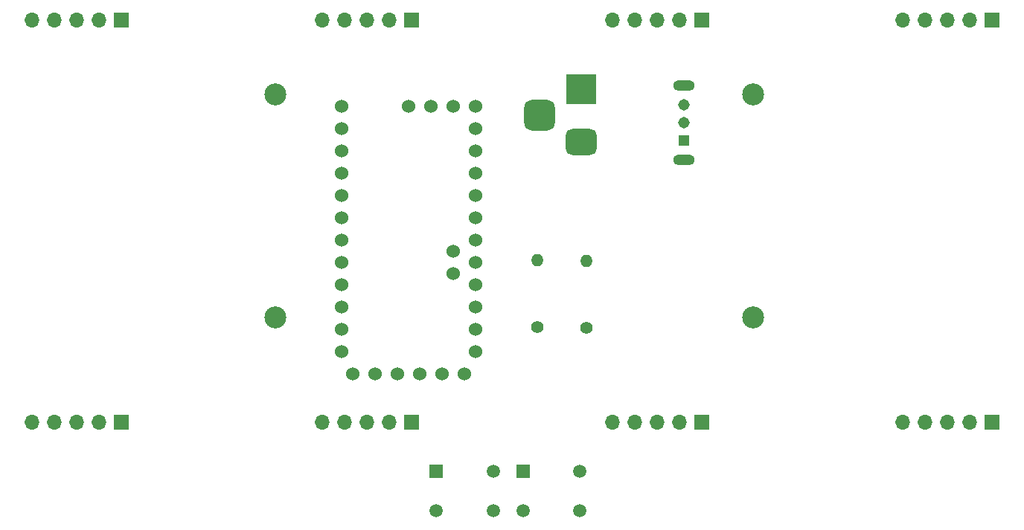
<source format=gbs>
%TF.GenerationSoftware,KiCad,Pcbnew,(5.99.0-11177-g6c67dfa032)*%
%TF.CreationDate,2021-07-15T10:53:04+10:00*%
%TF.ProjectId,4x8x8 LED Matrix Clock,34783878-3820-44c4-9544-204d61747269,rev?*%
%TF.SameCoordinates,Original*%
%TF.FileFunction,Soldermask,Bot*%
%TF.FilePolarity,Negative*%
%FSLAX46Y46*%
G04 Gerber Fmt 4.6, Leading zero omitted, Abs format (unit mm)*
G04 Created by KiCad (PCBNEW (5.99.0-11177-g6c67dfa032)) date 2021-07-15 10:53:04*
%MOMM*%
%LPD*%
G01*
G04 APERTURE LIST*
G04 Aperture macros list*
%AMRoundRect*
0 Rectangle with rounded corners*
0 $1 Rounding radius*
0 $2 $3 $4 $5 $6 $7 $8 $9 X,Y pos of 4 corners*
0 Add a 4 corners polygon primitive as box body*
4,1,4,$2,$3,$4,$5,$6,$7,$8,$9,$2,$3,0*
0 Add four circle primitives for the rounded corners*
1,1,$1+$1,$2,$3*
1,1,$1+$1,$4,$5*
1,1,$1+$1,$6,$7*
1,1,$1+$1,$8,$9*
0 Add four rect primitives between the rounded corners*
20,1,$1+$1,$2,$3,$4,$5,0*
20,1,$1+$1,$4,$5,$6,$7,0*
20,1,$1+$1,$6,$7,$8,$9,0*
20,1,$1+$1,$8,$9,$2,$3,0*%
G04 Aperture macros list end*
%ADD10C,1.524000*%
%ADD11R,1.308000X1.308000*%
%ADD12C,1.308000*%
%ADD13O,2.460000X1.230000*%
%ADD14R,1.508000X1.508000*%
%ADD15C,1.508000*%
%ADD16C,1.400000*%
%ADD17O,1.400000X1.400000*%
%ADD18O,1.700000X1.700000*%
%ADD19R,1.700000X1.700000*%
%ADD20RoundRect,0.875000X0.875000X-0.875000X0.875000X0.875000X-0.875000X0.875000X-0.875000X-0.875000X0*%
%ADD21RoundRect,0.750000X1.000000X-0.750000X1.000000X0.750000X-1.000000X0.750000X-1.000000X-0.750000X0*%
%ADD22R,3.500000X3.500000*%
%ADD23C,2.500000*%
G04 APERTURE END LIST*
D10*
%TO.C,U1*%
X126460000Y-81375000D03*
X126460000Y-78835000D03*
X115030000Y-92805000D03*
X117570000Y-92805000D03*
X120110000Y-92805000D03*
X122650000Y-92805000D03*
X125190000Y-92805000D03*
X127730000Y-92805000D03*
X129000000Y-90265000D03*
X129000000Y-87725000D03*
X129000000Y-85185000D03*
X129000000Y-82645000D03*
X129000000Y-80105000D03*
X129000000Y-77565000D03*
X129000000Y-75025000D03*
X129000000Y-72485000D03*
X129000000Y-69945000D03*
X129000000Y-67405000D03*
X129000000Y-64865000D03*
X129000000Y-62325000D03*
X126460000Y-62325000D03*
X123920000Y-62325000D03*
X121380000Y-62325000D03*
X113760000Y-62325000D03*
X113760000Y-64865000D03*
X113760000Y-67405000D03*
X113760000Y-69945000D03*
X113760000Y-72485000D03*
X113760000Y-75025000D03*
X113760000Y-77565000D03*
X113760000Y-80105000D03*
X113760000Y-82645000D03*
X113760000Y-85185000D03*
X113760000Y-87725000D03*
X113760000Y-90265000D03*
%TD*%
D11*
%TO.C,S3*%
X152704800Y-66211200D03*
D12*
X152704800Y-64211200D03*
X152704800Y-62211200D03*
D13*
X152704800Y-68411200D03*
X152704800Y-60011200D03*
%TD*%
D14*
%TO.C,S2*%
X134358000Y-103922000D03*
D15*
X140858000Y-103922000D03*
X134358000Y-108422000D03*
X140858000Y-108422000D03*
%TD*%
D14*
%TO.C,S1*%
X124512000Y-103922000D03*
D15*
X131012000Y-103922000D03*
X124512000Y-108422000D03*
X131012000Y-108422000D03*
%TD*%
D16*
%TO.C,R2*%
X135991600Y-87477600D03*
D17*
X135991600Y-79857600D03*
%TD*%
D16*
%TO.C,R1*%
X141579600Y-87579200D03*
D17*
X141579600Y-79959200D03*
%TD*%
D18*
%TO.C,J9*%
X177596800Y-52527200D03*
X180136800Y-52527200D03*
X182676800Y-52527200D03*
X185216800Y-52527200D03*
D19*
X187756800Y-52527200D03*
%TD*%
D18*
%TO.C,J8*%
X177596800Y-98298000D03*
X180136800Y-98298000D03*
X182676800Y-98298000D03*
X185216800Y-98298000D03*
D19*
X187756800Y-98298000D03*
%TD*%
D18*
%TO.C,J7*%
X144576800Y-52527200D03*
X147116800Y-52527200D03*
X149656800Y-52527200D03*
X152196800Y-52527200D03*
D19*
X154736800Y-52527200D03*
%TD*%
%TO.C,J6*%
X154736800Y-98298000D03*
D18*
X152196800Y-98298000D03*
X149656800Y-98298000D03*
X147116800Y-98298000D03*
X144576800Y-98298000D03*
%TD*%
D19*
%TO.C,J5*%
X121716800Y-52527200D03*
D18*
X119176800Y-52527200D03*
X116636800Y-52527200D03*
X114096800Y-52527200D03*
X111556800Y-52527200D03*
%TD*%
D19*
%TO.C,J4*%
X121716800Y-98298000D03*
D18*
X119176800Y-98298000D03*
X116636800Y-98298000D03*
X114096800Y-98298000D03*
X111556800Y-98298000D03*
%TD*%
%TO.C,J3*%
X78486000Y-52527200D03*
X81026000Y-52527200D03*
X83566000Y-52527200D03*
X86106000Y-52527200D03*
D19*
X88646000Y-52527200D03*
%TD*%
D20*
%TO.C,J2*%
X136277700Y-63395600D03*
D21*
X140977700Y-66395600D03*
D22*
X140977700Y-60395600D03*
%TD*%
D19*
%TO.C,J1*%
X88646000Y-98298000D03*
D18*
X86106000Y-98298000D03*
X83566000Y-98298000D03*
X81026000Y-98298000D03*
X78486000Y-98298000D03*
%TD*%
D23*
%TO.C,H4*%
X106172000Y-86360000D03*
%TD*%
%TO.C,H3*%
X160528000Y-60960000D03*
%TD*%
%TO.C,H2*%
X160528000Y-86360000D03*
%TD*%
%TO.C,H1*%
X106172000Y-60960000D03*
%TD*%
M02*

</source>
